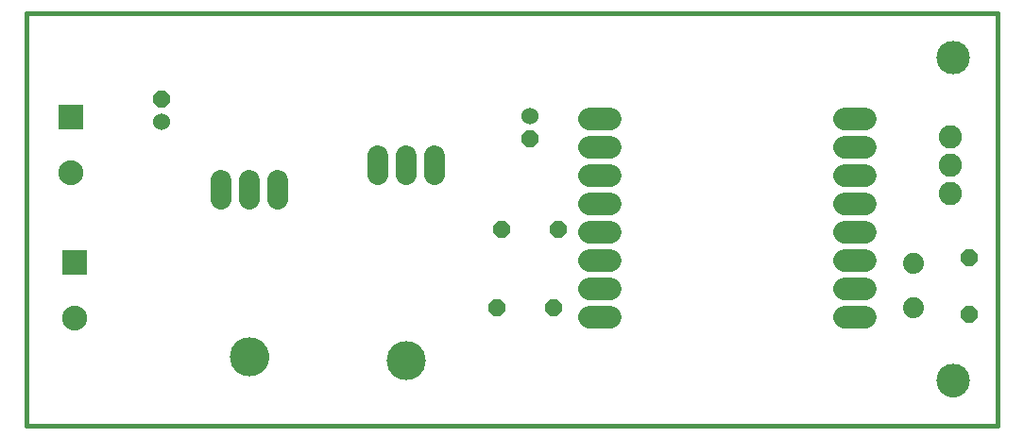
<source format=gbs>
G75*
%MOIN*%
%OFA0B0*%
%FSLAX25Y25*%
%IPPOS*%
%LPD*%
%AMOC8*
5,1,8,0,0,1.08239X$1,22.5*
%
%ADD10C,0.01600*%
%ADD11OC8,0.06000*%
%ADD12C,0.06000*%
%ADD13C,0.08200*%
%ADD14R,0.08800X0.08800*%
%ADD15C,0.08800*%
%ADD16C,0.07400*%
%ADD17C,0.08000*%
%ADD18C,0.07400*%
%ADD19C,0.00000*%
%ADD20C,0.13800*%
%ADD21C,0.11824*%
D10*
X0001800Y0001800D02*
X0001800Y0147469D01*
X0344320Y0147469D01*
X0344320Y0001800D01*
X0001800Y0001800D01*
D11*
X0167824Y0043257D03*
X0187824Y0043257D03*
X0189320Y0070816D03*
X0169320Y0070816D03*
X0179438Y0102839D03*
X0049280Y0117060D03*
X0334359Y0061131D03*
X0334359Y0041131D03*
D12*
X0179438Y0110839D03*
X0049280Y0109060D03*
D13*
X0327745Y0103690D03*
X0327745Y0093690D03*
X0327745Y0083690D03*
D14*
X0018690Y0059398D03*
X0017509Y0110580D03*
D15*
X0017509Y0090894D03*
X0018690Y0039713D03*
D16*
X0314753Y0043257D03*
X0314753Y0059005D03*
D17*
X0297605Y0059989D02*
X0290405Y0059989D01*
X0290405Y0069989D02*
X0297605Y0069989D01*
X0297605Y0079989D02*
X0290405Y0079989D01*
X0290405Y0089989D02*
X0297605Y0089989D01*
X0297605Y0099989D02*
X0290405Y0099989D01*
X0290405Y0109989D02*
X0297605Y0109989D01*
X0207605Y0109989D02*
X0200405Y0109989D01*
X0200405Y0099989D02*
X0207605Y0099989D01*
X0207605Y0089989D02*
X0200405Y0089989D01*
X0200405Y0079989D02*
X0207605Y0079989D01*
X0207605Y0069989D02*
X0200405Y0069989D01*
X0200405Y0059989D02*
X0207605Y0059989D01*
X0207605Y0049989D02*
X0200405Y0049989D01*
X0200405Y0039989D02*
X0207605Y0039989D01*
X0290405Y0039989D02*
X0297605Y0039989D01*
X0297605Y0049989D02*
X0290405Y0049989D01*
D18*
X0145658Y0090429D02*
X0145658Y0097029D01*
X0135658Y0097029D02*
X0135658Y0090429D01*
X0125658Y0090429D02*
X0125658Y0097029D01*
X0090540Y0088407D02*
X0090540Y0081807D01*
X0080540Y0081807D02*
X0080540Y0088407D01*
X0070540Y0088407D02*
X0070540Y0081807D01*
D19*
X0074040Y0026107D02*
X0074042Y0026268D01*
X0074048Y0026428D01*
X0074058Y0026589D01*
X0074072Y0026749D01*
X0074090Y0026909D01*
X0074111Y0027068D01*
X0074137Y0027227D01*
X0074167Y0027385D01*
X0074200Y0027542D01*
X0074238Y0027699D01*
X0074279Y0027854D01*
X0074324Y0028008D01*
X0074373Y0028161D01*
X0074426Y0028313D01*
X0074482Y0028464D01*
X0074543Y0028613D01*
X0074606Y0028761D01*
X0074674Y0028907D01*
X0074745Y0029051D01*
X0074819Y0029193D01*
X0074897Y0029334D01*
X0074979Y0029472D01*
X0075064Y0029609D01*
X0075152Y0029743D01*
X0075244Y0029875D01*
X0075339Y0030005D01*
X0075437Y0030133D01*
X0075538Y0030258D01*
X0075642Y0030380D01*
X0075749Y0030500D01*
X0075859Y0030617D01*
X0075972Y0030732D01*
X0076088Y0030843D01*
X0076207Y0030952D01*
X0076328Y0031057D01*
X0076452Y0031160D01*
X0076578Y0031260D01*
X0076706Y0031356D01*
X0076837Y0031449D01*
X0076971Y0031539D01*
X0077106Y0031626D01*
X0077244Y0031709D01*
X0077383Y0031789D01*
X0077525Y0031865D01*
X0077668Y0031938D01*
X0077813Y0032007D01*
X0077960Y0032073D01*
X0078108Y0032135D01*
X0078258Y0032193D01*
X0078409Y0032248D01*
X0078562Y0032299D01*
X0078716Y0032346D01*
X0078871Y0032389D01*
X0079027Y0032428D01*
X0079183Y0032464D01*
X0079341Y0032495D01*
X0079499Y0032523D01*
X0079658Y0032547D01*
X0079818Y0032567D01*
X0079978Y0032583D01*
X0080138Y0032595D01*
X0080299Y0032603D01*
X0080460Y0032607D01*
X0080620Y0032607D01*
X0080781Y0032603D01*
X0080942Y0032595D01*
X0081102Y0032583D01*
X0081262Y0032567D01*
X0081422Y0032547D01*
X0081581Y0032523D01*
X0081739Y0032495D01*
X0081897Y0032464D01*
X0082053Y0032428D01*
X0082209Y0032389D01*
X0082364Y0032346D01*
X0082518Y0032299D01*
X0082671Y0032248D01*
X0082822Y0032193D01*
X0082972Y0032135D01*
X0083120Y0032073D01*
X0083267Y0032007D01*
X0083412Y0031938D01*
X0083555Y0031865D01*
X0083697Y0031789D01*
X0083836Y0031709D01*
X0083974Y0031626D01*
X0084109Y0031539D01*
X0084243Y0031449D01*
X0084374Y0031356D01*
X0084502Y0031260D01*
X0084628Y0031160D01*
X0084752Y0031057D01*
X0084873Y0030952D01*
X0084992Y0030843D01*
X0085108Y0030732D01*
X0085221Y0030617D01*
X0085331Y0030500D01*
X0085438Y0030380D01*
X0085542Y0030258D01*
X0085643Y0030133D01*
X0085741Y0030005D01*
X0085836Y0029875D01*
X0085928Y0029743D01*
X0086016Y0029609D01*
X0086101Y0029472D01*
X0086183Y0029334D01*
X0086261Y0029193D01*
X0086335Y0029051D01*
X0086406Y0028907D01*
X0086474Y0028761D01*
X0086537Y0028613D01*
X0086598Y0028464D01*
X0086654Y0028313D01*
X0086707Y0028161D01*
X0086756Y0028008D01*
X0086801Y0027854D01*
X0086842Y0027699D01*
X0086880Y0027542D01*
X0086913Y0027385D01*
X0086943Y0027227D01*
X0086969Y0027068D01*
X0086990Y0026909D01*
X0087008Y0026749D01*
X0087022Y0026589D01*
X0087032Y0026428D01*
X0087038Y0026268D01*
X0087040Y0026107D01*
X0087038Y0025946D01*
X0087032Y0025786D01*
X0087022Y0025625D01*
X0087008Y0025465D01*
X0086990Y0025305D01*
X0086969Y0025146D01*
X0086943Y0024987D01*
X0086913Y0024829D01*
X0086880Y0024672D01*
X0086842Y0024515D01*
X0086801Y0024360D01*
X0086756Y0024206D01*
X0086707Y0024053D01*
X0086654Y0023901D01*
X0086598Y0023750D01*
X0086537Y0023601D01*
X0086474Y0023453D01*
X0086406Y0023307D01*
X0086335Y0023163D01*
X0086261Y0023021D01*
X0086183Y0022880D01*
X0086101Y0022742D01*
X0086016Y0022605D01*
X0085928Y0022471D01*
X0085836Y0022339D01*
X0085741Y0022209D01*
X0085643Y0022081D01*
X0085542Y0021956D01*
X0085438Y0021834D01*
X0085331Y0021714D01*
X0085221Y0021597D01*
X0085108Y0021482D01*
X0084992Y0021371D01*
X0084873Y0021262D01*
X0084752Y0021157D01*
X0084628Y0021054D01*
X0084502Y0020954D01*
X0084374Y0020858D01*
X0084243Y0020765D01*
X0084109Y0020675D01*
X0083974Y0020588D01*
X0083836Y0020505D01*
X0083697Y0020425D01*
X0083555Y0020349D01*
X0083412Y0020276D01*
X0083267Y0020207D01*
X0083120Y0020141D01*
X0082972Y0020079D01*
X0082822Y0020021D01*
X0082671Y0019966D01*
X0082518Y0019915D01*
X0082364Y0019868D01*
X0082209Y0019825D01*
X0082053Y0019786D01*
X0081897Y0019750D01*
X0081739Y0019719D01*
X0081581Y0019691D01*
X0081422Y0019667D01*
X0081262Y0019647D01*
X0081102Y0019631D01*
X0080942Y0019619D01*
X0080781Y0019611D01*
X0080620Y0019607D01*
X0080460Y0019607D01*
X0080299Y0019611D01*
X0080138Y0019619D01*
X0079978Y0019631D01*
X0079818Y0019647D01*
X0079658Y0019667D01*
X0079499Y0019691D01*
X0079341Y0019719D01*
X0079183Y0019750D01*
X0079027Y0019786D01*
X0078871Y0019825D01*
X0078716Y0019868D01*
X0078562Y0019915D01*
X0078409Y0019966D01*
X0078258Y0020021D01*
X0078108Y0020079D01*
X0077960Y0020141D01*
X0077813Y0020207D01*
X0077668Y0020276D01*
X0077525Y0020349D01*
X0077383Y0020425D01*
X0077244Y0020505D01*
X0077106Y0020588D01*
X0076971Y0020675D01*
X0076837Y0020765D01*
X0076706Y0020858D01*
X0076578Y0020954D01*
X0076452Y0021054D01*
X0076328Y0021157D01*
X0076207Y0021262D01*
X0076088Y0021371D01*
X0075972Y0021482D01*
X0075859Y0021597D01*
X0075749Y0021714D01*
X0075642Y0021834D01*
X0075538Y0021956D01*
X0075437Y0022081D01*
X0075339Y0022209D01*
X0075244Y0022339D01*
X0075152Y0022471D01*
X0075064Y0022605D01*
X0074979Y0022742D01*
X0074897Y0022880D01*
X0074819Y0023021D01*
X0074745Y0023163D01*
X0074674Y0023307D01*
X0074606Y0023453D01*
X0074543Y0023601D01*
X0074482Y0023750D01*
X0074426Y0023901D01*
X0074373Y0024053D01*
X0074324Y0024206D01*
X0074279Y0024360D01*
X0074238Y0024515D01*
X0074200Y0024672D01*
X0074167Y0024829D01*
X0074137Y0024987D01*
X0074111Y0025146D01*
X0074090Y0025305D01*
X0074072Y0025465D01*
X0074058Y0025625D01*
X0074048Y0025786D01*
X0074042Y0025946D01*
X0074040Y0026107D01*
X0075028Y0025422D02*
X0075030Y0025570D01*
X0075036Y0025718D01*
X0075046Y0025866D01*
X0075060Y0026013D01*
X0075078Y0026160D01*
X0075099Y0026306D01*
X0075125Y0026452D01*
X0075155Y0026597D01*
X0075188Y0026741D01*
X0075226Y0026884D01*
X0075267Y0027026D01*
X0075312Y0027167D01*
X0075360Y0027307D01*
X0075413Y0027446D01*
X0075469Y0027583D01*
X0075529Y0027718D01*
X0075592Y0027852D01*
X0075659Y0027984D01*
X0075730Y0028114D01*
X0075804Y0028242D01*
X0075881Y0028368D01*
X0075962Y0028492D01*
X0076046Y0028614D01*
X0076133Y0028733D01*
X0076224Y0028850D01*
X0076318Y0028965D01*
X0076414Y0029077D01*
X0076514Y0029187D01*
X0076616Y0029293D01*
X0076722Y0029397D01*
X0076830Y0029498D01*
X0076941Y0029596D01*
X0077054Y0029692D01*
X0077170Y0029784D01*
X0077288Y0029873D01*
X0077409Y0029958D01*
X0077532Y0030041D01*
X0077657Y0030120D01*
X0077784Y0030196D01*
X0077913Y0030268D01*
X0078044Y0030337D01*
X0078177Y0030402D01*
X0078312Y0030463D01*
X0078448Y0030521D01*
X0078585Y0030576D01*
X0078724Y0030626D01*
X0078865Y0030673D01*
X0079006Y0030716D01*
X0079149Y0030756D01*
X0079293Y0030791D01*
X0079437Y0030823D01*
X0079583Y0030850D01*
X0079729Y0030874D01*
X0079876Y0030894D01*
X0080023Y0030910D01*
X0080170Y0030922D01*
X0080318Y0030930D01*
X0080466Y0030934D01*
X0080614Y0030934D01*
X0080762Y0030930D01*
X0080910Y0030922D01*
X0081057Y0030910D01*
X0081204Y0030894D01*
X0081351Y0030874D01*
X0081497Y0030850D01*
X0081643Y0030823D01*
X0081787Y0030791D01*
X0081931Y0030756D01*
X0082074Y0030716D01*
X0082215Y0030673D01*
X0082356Y0030626D01*
X0082495Y0030576D01*
X0082632Y0030521D01*
X0082768Y0030463D01*
X0082903Y0030402D01*
X0083036Y0030337D01*
X0083167Y0030268D01*
X0083296Y0030196D01*
X0083423Y0030120D01*
X0083548Y0030041D01*
X0083671Y0029958D01*
X0083792Y0029873D01*
X0083910Y0029784D01*
X0084026Y0029692D01*
X0084139Y0029596D01*
X0084250Y0029498D01*
X0084358Y0029397D01*
X0084464Y0029293D01*
X0084566Y0029187D01*
X0084666Y0029077D01*
X0084762Y0028965D01*
X0084856Y0028850D01*
X0084947Y0028733D01*
X0085034Y0028614D01*
X0085118Y0028492D01*
X0085199Y0028368D01*
X0085276Y0028242D01*
X0085350Y0028114D01*
X0085421Y0027984D01*
X0085488Y0027852D01*
X0085551Y0027718D01*
X0085611Y0027583D01*
X0085667Y0027446D01*
X0085720Y0027307D01*
X0085768Y0027167D01*
X0085813Y0027026D01*
X0085854Y0026884D01*
X0085892Y0026741D01*
X0085925Y0026597D01*
X0085955Y0026452D01*
X0085981Y0026306D01*
X0086002Y0026160D01*
X0086020Y0026013D01*
X0086034Y0025866D01*
X0086044Y0025718D01*
X0086050Y0025570D01*
X0086052Y0025422D01*
X0086050Y0025274D01*
X0086044Y0025126D01*
X0086034Y0024978D01*
X0086020Y0024831D01*
X0086002Y0024684D01*
X0085981Y0024538D01*
X0085955Y0024392D01*
X0085925Y0024247D01*
X0085892Y0024103D01*
X0085854Y0023960D01*
X0085813Y0023818D01*
X0085768Y0023677D01*
X0085720Y0023537D01*
X0085667Y0023398D01*
X0085611Y0023261D01*
X0085551Y0023126D01*
X0085488Y0022992D01*
X0085421Y0022860D01*
X0085350Y0022730D01*
X0085276Y0022602D01*
X0085199Y0022476D01*
X0085118Y0022352D01*
X0085034Y0022230D01*
X0084947Y0022111D01*
X0084856Y0021994D01*
X0084762Y0021879D01*
X0084666Y0021767D01*
X0084566Y0021657D01*
X0084464Y0021551D01*
X0084358Y0021447D01*
X0084250Y0021346D01*
X0084139Y0021248D01*
X0084026Y0021152D01*
X0083910Y0021060D01*
X0083792Y0020971D01*
X0083671Y0020886D01*
X0083548Y0020803D01*
X0083423Y0020724D01*
X0083296Y0020648D01*
X0083167Y0020576D01*
X0083036Y0020507D01*
X0082903Y0020442D01*
X0082768Y0020381D01*
X0082632Y0020323D01*
X0082495Y0020268D01*
X0082356Y0020218D01*
X0082215Y0020171D01*
X0082074Y0020128D01*
X0081931Y0020088D01*
X0081787Y0020053D01*
X0081643Y0020021D01*
X0081497Y0019994D01*
X0081351Y0019970D01*
X0081204Y0019950D01*
X0081057Y0019934D01*
X0080910Y0019922D01*
X0080762Y0019914D01*
X0080614Y0019910D01*
X0080466Y0019910D01*
X0080318Y0019914D01*
X0080170Y0019922D01*
X0080023Y0019934D01*
X0079876Y0019950D01*
X0079729Y0019970D01*
X0079583Y0019994D01*
X0079437Y0020021D01*
X0079293Y0020053D01*
X0079149Y0020088D01*
X0079006Y0020128D01*
X0078865Y0020171D01*
X0078724Y0020218D01*
X0078585Y0020268D01*
X0078448Y0020323D01*
X0078312Y0020381D01*
X0078177Y0020442D01*
X0078044Y0020507D01*
X0077913Y0020576D01*
X0077784Y0020648D01*
X0077657Y0020724D01*
X0077532Y0020803D01*
X0077409Y0020886D01*
X0077288Y0020971D01*
X0077170Y0021060D01*
X0077054Y0021152D01*
X0076941Y0021248D01*
X0076830Y0021346D01*
X0076722Y0021447D01*
X0076616Y0021551D01*
X0076514Y0021657D01*
X0076414Y0021767D01*
X0076318Y0021879D01*
X0076224Y0021994D01*
X0076133Y0022111D01*
X0076046Y0022230D01*
X0075962Y0022352D01*
X0075881Y0022476D01*
X0075804Y0022602D01*
X0075730Y0022730D01*
X0075659Y0022860D01*
X0075592Y0022992D01*
X0075529Y0023126D01*
X0075469Y0023261D01*
X0075413Y0023398D01*
X0075360Y0023537D01*
X0075312Y0023677D01*
X0075267Y0023818D01*
X0075226Y0023960D01*
X0075188Y0024103D01*
X0075155Y0024247D01*
X0075125Y0024392D01*
X0075099Y0024538D01*
X0075078Y0024684D01*
X0075060Y0024831D01*
X0075046Y0024978D01*
X0075036Y0025126D01*
X0075030Y0025274D01*
X0075028Y0025422D01*
X0130146Y0025422D02*
X0130148Y0025570D01*
X0130154Y0025718D01*
X0130164Y0025866D01*
X0130178Y0026013D01*
X0130196Y0026160D01*
X0130217Y0026306D01*
X0130243Y0026452D01*
X0130273Y0026597D01*
X0130306Y0026741D01*
X0130344Y0026884D01*
X0130385Y0027026D01*
X0130430Y0027167D01*
X0130478Y0027307D01*
X0130531Y0027446D01*
X0130587Y0027583D01*
X0130647Y0027718D01*
X0130710Y0027852D01*
X0130777Y0027984D01*
X0130848Y0028114D01*
X0130922Y0028242D01*
X0130999Y0028368D01*
X0131080Y0028492D01*
X0131164Y0028614D01*
X0131251Y0028733D01*
X0131342Y0028850D01*
X0131436Y0028965D01*
X0131532Y0029077D01*
X0131632Y0029187D01*
X0131734Y0029293D01*
X0131840Y0029397D01*
X0131948Y0029498D01*
X0132059Y0029596D01*
X0132172Y0029692D01*
X0132288Y0029784D01*
X0132406Y0029873D01*
X0132527Y0029958D01*
X0132650Y0030041D01*
X0132775Y0030120D01*
X0132902Y0030196D01*
X0133031Y0030268D01*
X0133162Y0030337D01*
X0133295Y0030402D01*
X0133430Y0030463D01*
X0133566Y0030521D01*
X0133703Y0030576D01*
X0133842Y0030626D01*
X0133983Y0030673D01*
X0134124Y0030716D01*
X0134267Y0030756D01*
X0134411Y0030791D01*
X0134555Y0030823D01*
X0134701Y0030850D01*
X0134847Y0030874D01*
X0134994Y0030894D01*
X0135141Y0030910D01*
X0135288Y0030922D01*
X0135436Y0030930D01*
X0135584Y0030934D01*
X0135732Y0030934D01*
X0135880Y0030930D01*
X0136028Y0030922D01*
X0136175Y0030910D01*
X0136322Y0030894D01*
X0136469Y0030874D01*
X0136615Y0030850D01*
X0136761Y0030823D01*
X0136905Y0030791D01*
X0137049Y0030756D01*
X0137192Y0030716D01*
X0137333Y0030673D01*
X0137474Y0030626D01*
X0137613Y0030576D01*
X0137750Y0030521D01*
X0137886Y0030463D01*
X0138021Y0030402D01*
X0138154Y0030337D01*
X0138285Y0030268D01*
X0138414Y0030196D01*
X0138541Y0030120D01*
X0138666Y0030041D01*
X0138789Y0029958D01*
X0138910Y0029873D01*
X0139028Y0029784D01*
X0139144Y0029692D01*
X0139257Y0029596D01*
X0139368Y0029498D01*
X0139476Y0029397D01*
X0139582Y0029293D01*
X0139684Y0029187D01*
X0139784Y0029077D01*
X0139880Y0028965D01*
X0139974Y0028850D01*
X0140065Y0028733D01*
X0140152Y0028614D01*
X0140236Y0028492D01*
X0140317Y0028368D01*
X0140394Y0028242D01*
X0140468Y0028114D01*
X0140539Y0027984D01*
X0140606Y0027852D01*
X0140669Y0027718D01*
X0140729Y0027583D01*
X0140785Y0027446D01*
X0140838Y0027307D01*
X0140886Y0027167D01*
X0140931Y0027026D01*
X0140972Y0026884D01*
X0141010Y0026741D01*
X0141043Y0026597D01*
X0141073Y0026452D01*
X0141099Y0026306D01*
X0141120Y0026160D01*
X0141138Y0026013D01*
X0141152Y0025866D01*
X0141162Y0025718D01*
X0141168Y0025570D01*
X0141170Y0025422D01*
X0141168Y0025274D01*
X0141162Y0025126D01*
X0141152Y0024978D01*
X0141138Y0024831D01*
X0141120Y0024684D01*
X0141099Y0024538D01*
X0141073Y0024392D01*
X0141043Y0024247D01*
X0141010Y0024103D01*
X0140972Y0023960D01*
X0140931Y0023818D01*
X0140886Y0023677D01*
X0140838Y0023537D01*
X0140785Y0023398D01*
X0140729Y0023261D01*
X0140669Y0023126D01*
X0140606Y0022992D01*
X0140539Y0022860D01*
X0140468Y0022730D01*
X0140394Y0022602D01*
X0140317Y0022476D01*
X0140236Y0022352D01*
X0140152Y0022230D01*
X0140065Y0022111D01*
X0139974Y0021994D01*
X0139880Y0021879D01*
X0139784Y0021767D01*
X0139684Y0021657D01*
X0139582Y0021551D01*
X0139476Y0021447D01*
X0139368Y0021346D01*
X0139257Y0021248D01*
X0139144Y0021152D01*
X0139028Y0021060D01*
X0138910Y0020971D01*
X0138789Y0020886D01*
X0138666Y0020803D01*
X0138541Y0020724D01*
X0138414Y0020648D01*
X0138285Y0020576D01*
X0138154Y0020507D01*
X0138021Y0020442D01*
X0137886Y0020381D01*
X0137750Y0020323D01*
X0137613Y0020268D01*
X0137474Y0020218D01*
X0137333Y0020171D01*
X0137192Y0020128D01*
X0137049Y0020088D01*
X0136905Y0020053D01*
X0136761Y0020021D01*
X0136615Y0019994D01*
X0136469Y0019970D01*
X0136322Y0019950D01*
X0136175Y0019934D01*
X0136028Y0019922D01*
X0135880Y0019914D01*
X0135732Y0019910D01*
X0135584Y0019910D01*
X0135436Y0019914D01*
X0135288Y0019922D01*
X0135141Y0019934D01*
X0134994Y0019950D01*
X0134847Y0019970D01*
X0134701Y0019994D01*
X0134555Y0020021D01*
X0134411Y0020053D01*
X0134267Y0020088D01*
X0134124Y0020128D01*
X0133983Y0020171D01*
X0133842Y0020218D01*
X0133703Y0020268D01*
X0133566Y0020323D01*
X0133430Y0020381D01*
X0133295Y0020442D01*
X0133162Y0020507D01*
X0133031Y0020576D01*
X0132902Y0020648D01*
X0132775Y0020724D01*
X0132650Y0020803D01*
X0132527Y0020886D01*
X0132406Y0020971D01*
X0132288Y0021060D01*
X0132172Y0021152D01*
X0132059Y0021248D01*
X0131948Y0021346D01*
X0131840Y0021447D01*
X0131734Y0021551D01*
X0131632Y0021657D01*
X0131532Y0021767D01*
X0131436Y0021879D01*
X0131342Y0021994D01*
X0131251Y0022111D01*
X0131164Y0022230D01*
X0131080Y0022352D01*
X0130999Y0022476D01*
X0130922Y0022602D01*
X0130848Y0022730D01*
X0130777Y0022860D01*
X0130710Y0022992D01*
X0130647Y0023126D01*
X0130587Y0023261D01*
X0130531Y0023398D01*
X0130478Y0023537D01*
X0130430Y0023677D01*
X0130385Y0023818D01*
X0130344Y0023960D01*
X0130306Y0024103D01*
X0130273Y0024247D01*
X0130243Y0024392D01*
X0130217Y0024538D01*
X0130196Y0024684D01*
X0130178Y0024831D01*
X0130164Y0024978D01*
X0130154Y0025126D01*
X0130148Y0025274D01*
X0130146Y0025422D01*
X0129158Y0024729D02*
X0129160Y0024890D01*
X0129166Y0025050D01*
X0129176Y0025211D01*
X0129190Y0025371D01*
X0129208Y0025531D01*
X0129229Y0025690D01*
X0129255Y0025849D01*
X0129285Y0026007D01*
X0129318Y0026164D01*
X0129356Y0026321D01*
X0129397Y0026476D01*
X0129442Y0026630D01*
X0129491Y0026783D01*
X0129544Y0026935D01*
X0129600Y0027086D01*
X0129661Y0027235D01*
X0129724Y0027383D01*
X0129792Y0027529D01*
X0129863Y0027673D01*
X0129937Y0027815D01*
X0130015Y0027956D01*
X0130097Y0028094D01*
X0130182Y0028231D01*
X0130270Y0028365D01*
X0130362Y0028497D01*
X0130457Y0028627D01*
X0130555Y0028755D01*
X0130656Y0028880D01*
X0130760Y0029002D01*
X0130867Y0029122D01*
X0130977Y0029239D01*
X0131090Y0029354D01*
X0131206Y0029465D01*
X0131325Y0029574D01*
X0131446Y0029679D01*
X0131570Y0029782D01*
X0131696Y0029882D01*
X0131824Y0029978D01*
X0131955Y0030071D01*
X0132089Y0030161D01*
X0132224Y0030248D01*
X0132362Y0030331D01*
X0132501Y0030411D01*
X0132643Y0030487D01*
X0132786Y0030560D01*
X0132931Y0030629D01*
X0133078Y0030695D01*
X0133226Y0030757D01*
X0133376Y0030815D01*
X0133527Y0030870D01*
X0133680Y0030921D01*
X0133834Y0030968D01*
X0133989Y0031011D01*
X0134145Y0031050D01*
X0134301Y0031086D01*
X0134459Y0031117D01*
X0134617Y0031145D01*
X0134776Y0031169D01*
X0134936Y0031189D01*
X0135096Y0031205D01*
X0135256Y0031217D01*
X0135417Y0031225D01*
X0135578Y0031229D01*
X0135738Y0031229D01*
X0135899Y0031225D01*
X0136060Y0031217D01*
X0136220Y0031205D01*
X0136380Y0031189D01*
X0136540Y0031169D01*
X0136699Y0031145D01*
X0136857Y0031117D01*
X0137015Y0031086D01*
X0137171Y0031050D01*
X0137327Y0031011D01*
X0137482Y0030968D01*
X0137636Y0030921D01*
X0137789Y0030870D01*
X0137940Y0030815D01*
X0138090Y0030757D01*
X0138238Y0030695D01*
X0138385Y0030629D01*
X0138530Y0030560D01*
X0138673Y0030487D01*
X0138815Y0030411D01*
X0138954Y0030331D01*
X0139092Y0030248D01*
X0139227Y0030161D01*
X0139361Y0030071D01*
X0139492Y0029978D01*
X0139620Y0029882D01*
X0139746Y0029782D01*
X0139870Y0029679D01*
X0139991Y0029574D01*
X0140110Y0029465D01*
X0140226Y0029354D01*
X0140339Y0029239D01*
X0140449Y0029122D01*
X0140556Y0029002D01*
X0140660Y0028880D01*
X0140761Y0028755D01*
X0140859Y0028627D01*
X0140954Y0028497D01*
X0141046Y0028365D01*
X0141134Y0028231D01*
X0141219Y0028094D01*
X0141301Y0027956D01*
X0141379Y0027815D01*
X0141453Y0027673D01*
X0141524Y0027529D01*
X0141592Y0027383D01*
X0141655Y0027235D01*
X0141716Y0027086D01*
X0141772Y0026935D01*
X0141825Y0026783D01*
X0141874Y0026630D01*
X0141919Y0026476D01*
X0141960Y0026321D01*
X0141998Y0026164D01*
X0142031Y0026007D01*
X0142061Y0025849D01*
X0142087Y0025690D01*
X0142108Y0025531D01*
X0142126Y0025371D01*
X0142140Y0025211D01*
X0142150Y0025050D01*
X0142156Y0024890D01*
X0142158Y0024729D01*
X0142156Y0024568D01*
X0142150Y0024408D01*
X0142140Y0024247D01*
X0142126Y0024087D01*
X0142108Y0023927D01*
X0142087Y0023768D01*
X0142061Y0023609D01*
X0142031Y0023451D01*
X0141998Y0023294D01*
X0141960Y0023137D01*
X0141919Y0022982D01*
X0141874Y0022828D01*
X0141825Y0022675D01*
X0141772Y0022523D01*
X0141716Y0022372D01*
X0141655Y0022223D01*
X0141592Y0022075D01*
X0141524Y0021929D01*
X0141453Y0021785D01*
X0141379Y0021643D01*
X0141301Y0021502D01*
X0141219Y0021364D01*
X0141134Y0021227D01*
X0141046Y0021093D01*
X0140954Y0020961D01*
X0140859Y0020831D01*
X0140761Y0020703D01*
X0140660Y0020578D01*
X0140556Y0020456D01*
X0140449Y0020336D01*
X0140339Y0020219D01*
X0140226Y0020104D01*
X0140110Y0019993D01*
X0139991Y0019884D01*
X0139870Y0019779D01*
X0139746Y0019676D01*
X0139620Y0019576D01*
X0139492Y0019480D01*
X0139361Y0019387D01*
X0139227Y0019297D01*
X0139092Y0019210D01*
X0138954Y0019127D01*
X0138815Y0019047D01*
X0138673Y0018971D01*
X0138530Y0018898D01*
X0138385Y0018829D01*
X0138238Y0018763D01*
X0138090Y0018701D01*
X0137940Y0018643D01*
X0137789Y0018588D01*
X0137636Y0018537D01*
X0137482Y0018490D01*
X0137327Y0018447D01*
X0137171Y0018408D01*
X0137015Y0018372D01*
X0136857Y0018341D01*
X0136699Y0018313D01*
X0136540Y0018289D01*
X0136380Y0018269D01*
X0136220Y0018253D01*
X0136060Y0018241D01*
X0135899Y0018233D01*
X0135738Y0018229D01*
X0135578Y0018229D01*
X0135417Y0018233D01*
X0135256Y0018241D01*
X0135096Y0018253D01*
X0134936Y0018269D01*
X0134776Y0018289D01*
X0134617Y0018313D01*
X0134459Y0018341D01*
X0134301Y0018372D01*
X0134145Y0018408D01*
X0133989Y0018447D01*
X0133834Y0018490D01*
X0133680Y0018537D01*
X0133527Y0018588D01*
X0133376Y0018643D01*
X0133226Y0018701D01*
X0133078Y0018763D01*
X0132931Y0018829D01*
X0132786Y0018898D01*
X0132643Y0018971D01*
X0132501Y0019047D01*
X0132362Y0019127D01*
X0132224Y0019210D01*
X0132089Y0019297D01*
X0131955Y0019387D01*
X0131824Y0019480D01*
X0131696Y0019576D01*
X0131570Y0019676D01*
X0131446Y0019779D01*
X0131325Y0019884D01*
X0131206Y0019993D01*
X0131090Y0020104D01*
X0130977Y0020219D01*
X0130867Y0020336D01*
X0130760Y0020456D01*
X0130656Y0020578D01*
X0130555Y0020703D01*
X0130457Y0020831D01*
X0130362Y0020961D01*
X0130270Y0021093D01*
X0130182Y0021227D01*
X0130097Y0021364D01*
X0130015Y0021502D01*
X0129937Y0021643D01*
X0129863Y0021785D01*
X0129792Y0021929D01*
X0129724Y0022075D01*
X0129661Y0022223D01*
X0129600Y0022372D01*
X0129544Y0022523D01*
X0129491Y0022675D01*
X0129442Y0022828D01*
X0129397Y0022982D01*
X0129356Y0023137D01*
X0129318Y0023294D01*
X0129285Y0023451D01*
X0129255Y0023609D01*
X0129229Y0023768D01*
X0129208Y0023927D01*
X0129190Y0024087D01*
X0129176Y0024247D01*
X0129166Y0024408D01*
X0129160Y0024568D01*
X0129158Y0024729D01*
X0323060Y0017548D02*
X0323062Y0017696D01*
X0323068Y0017844D01*
X0323078Y0017992D01*
X0323092Y0018139D01*
X0323110Y0018286D01*
X0323131Y0018432D01*
X0323157Y0018578D01*
X0323187Y0018723D01*
X0323220Y0018867D01*
X0323258Y0019010D01*
X0323299Y0019152D01*
X0323344Y0019293D01*
X0323392Y0019433D01*
X0323445Y0019572D01*
X0323501Y0019709D01*
X0323561Y0019844D01*
X0323624Y0019978D01*
X0323691Y0020110D01*
X0323762Y0020240D01*
X0323836Y0020368D01*
X0323913Y0020494D01*
X0323994Y0020618D01*
X0324078Y0020740D01*
X0324165Y0020859D01*
X0324256Y0020976D01*
X0324350Y0021091D01*
X0324446Y0021203D01*
X0324546Y0021313D01*
X0324648Y0021419D01*
X0324754Y0021523D01*
X0324862Y0021624D01*
X0324973Y0021722D01*
X0325086Y0021818D01*
X0325202Y0021910D01*
X0325320Y0021999D01*
X0325441Y0022084D01*
X0325564Y0022167D01*
X0325689Y0022246D01*
X0325816Y0022322D01*
X0325945Y0022394D01*
X0326076Y0022463D01*
X0326209Y0022528D01*
X0326344Y0022589D01*
X0326480Y0022647D01*
X0326617Y0022702D01*
X0326756Y0022752D01*
X0326897Y0022799D01*
X0327038Y0022842D01*
X0327181Y0022882D01*
X0327325Y0022917D01*
X0327469Y0022949D01*
X0327615Y0022976D01*
X0327761Y0023000D01*
X0327908Y0023020D01*
X0328055Y0023036D01*
X0328202Y0023048D01*
X0328350Y0023056D01*
X0328498Y0023060D01*
X0328646Y0023060D01*
X0328794Y0023056D01*
X0328942Y0023048D01*
X0329089Y0023036D01*
X0329236Y0023020D01*
X0329383Y0023000D01*
X0329529Y0022976D01*
X0329675Y0022949D01*
X0329819Y0022917D01*
X0329963Y0022882D01*
X0330106Y0022842D01*
X0330247Y0022799D01*
X0330388Y0022752D01*
X0330527Y0022702D01*
X0330664Y0022647D01*
X0330800Y0022589D01*
X0330935Y0022528D01*
X0331068Y0022463D01*
X0331199Y0022394D01*
X0331328Y0022322D01*
X0331455Y0022246D01*
X0331580Y0022167D01*
X0331703Y0022084D01*
X0331824Y0021999D01*
X0331942Y0021910D01*
X0332058Y0021818D01*
X0332171Y0021722D01*
X0332282Y0021624D01*
X0332390Y0021523D01*
X0332496Y0021419D01*
X0332598Y0021313D01*
X0332698Y0021203D01*
X0332794Y0021091D01*
X0332888Y0020976D01*
X0332979Y0020859D01*
X0333066Y0020740D01*
X0333150Y0020618D01*
X0333231Y0020494D01*
X0333308Y0020368D01*
X0333382Y0020240D01*
X0333453Y0020110D01*
X0333520Y0019978D01*
X0333583Y0019844D01*
X0333643Y0019709D01*
X0333699Y0019572D01*
X0333752Y0019433D01*
X0333800Y0019293D01*
X0333845Y0019152D01*
X0333886Y0019010D01*
X0333924Y0018867D01*
X0333957Y0018723D01*
X0333987Y0018578D01*
X0334013Y0018432D01*
X0334034Y0018286D01*
X0334052Y0018139D01*
X0334066Y0017992D01*
X0334076Y0017844D01*
X0334082Y0017696D01*
X0334084Y0017548D01*
X0334082Y0017400D01*
X0334076Y0017252D01*
X0334066Y0017104D01*
X0334052Y0016957D01*
X0334034Y0016810D01*
X0334013Y0016664D01*
X0333987Y0016518D01*
X0333957Y0016373D01*
X0333924Y0016229D01*
X0333886Y0016086D01*
X0333845Y0015944D01*
X0333800Y0015803D01*
X0333752Y0015663D01*
X0333699Y0015524D01*
X0333643Y0015387D01*
X0333583Y0015252D01*
X0333520Y0015118D01*
X0333453Y0014986D01*
X0333382Y0014856D01*
X0333308Y0014728D01*
X0333231Y0014602D01*
X0333150Y0014478D01*
X0333066Y0014356D01*
X0332979Y0014237D01*
X0332888Y0014120D01*
X0332794Y0014005D01*
X0332698Y0013893D01*
X0332598Y0013783D01*
X0332496Y0013677D01*
X0332390Y0013573D01*
X0332282Y0013472D01*
X0332171Y0013374D01*
X0332058Y0013278D01*
X0331942Y0013186D01*
X0331824Y0013097D01*
X0331703Y0013012D01*
X0331580Y0012929D01*
X0331455Y0012850D01*
X0331328Y0012774D01*
X0331199Y0012702D01*
X0331068Y0012633D01*
X0330935Y0012568D01*
X0330800Y0012507D01*
X0330664Y0012449D01*
X0330527Y0012394D01*
X0330388Y0012344D01*
X0330247Y0012297D01*
X0330106Y0012254D01*
X0329963Y0012214D01*
X0329819Y0012179D01*
X0329675Y0012147D01*
X0329529Y0012120D01*
X0329383Y0012096D01*
X0329236Y0012076D01*
X0329089Y0012060D01*
X0328942Y0012048D01*
X0328794Y0012040D01*
X0328646Y0012036D01*
X0328498Y0012036D01*
X0328350Y0012040D01*
X0328202Y0012048D01*
X0328055Y0012060D01*
X0327908Y0012076D01*
X0327761Y0012096D01*
X0327615Y0012120D01*
X0327469Y0012147D01*
X0327325Y0012179D01*
X0327181Y0012214D01*
X0327038Y0012254D01*
X0326897Y0012297D01*
X0326756Y0012344D01*
X0326617Y0012394D01*
X0326480Y0012449D01*
X0326344Y0012507D01*
X0326209Y0012568D01*
X0326076Y0012633D01*
X0325945Y0012702D01*
X0325816Y0012774D01*
X0325689Y0012850D01*
X0325564Y0012929D01*
X0325441Y0013012D01*
X0325320Y0013097D01*
X0325202Y0013186D01*
X0325086Y0013278D01*
X0324973Y0013374D01*
X0324862Y0013472D01*
X0324754Y0013573D01*
X0324648Y0013677D01*
X0324546Y0013783D01*
X0324446Y0013893D01*
X0324350Y0014005D01*
X0324256Y0014120D01*
X0324165Y0014237D01*
X0324078Y0014356D01*
X0323994Y0014478D01*
X0323913Y0014602D01*
X0323836Y0014728D01*
X0323762Y0014856D01*
X0323691Y0014986D01*
X0323624Y0015118D01*
X0323561Y0015252D01*
X0323501Y0015387D01*
X0323445Y0015524D01*
X0323392Y0015663D01*
X0323344Y0015803D01*
X0323299Y0015944D01*
X0323258Y0016086D01*
X0323220Y0016229D01*
X0323187Y0016373D01*
X0323157Y0016518D01*
X0323131Y0016664D01*
X0323110Y0016810D01*
X0323092Y0016957D01*
X0323078Y0017104D01*
X0323068Y0017252D01*
X0323062Y0017400D01*
X0323060Y0017548D01*
X0323060Y0131721D02*
X0323062Y0131869D01*
X0323068Y0132017D01*
X0323078Y0132165D01*
X0323092Y0132312D01*
X0323110Y0132459D01*
X0323131Y0132605D01*
X0323157Y0132751D01*
X0323187Y0132896D01*
X0323220Y0133040D01*
X0323258Y0133183D01*
X0323299Y0133325D01*
X0323344Y0133466D01*
X0323392Y0133606D01*
X0323445Y0133745D01*
X0323501Y0133882D01*
X0323561Y0134017D01*
X0323624Y0134151D01*
X0323691Y0134283D01*
X0323762Y0134413D01*
X0323836Y0134541D01*
X0323913Y0134667D01*
X0323994Y0134791D01*
X0324078Y0134913D01*
X0324165Y0135032D01*
X0324256Y0135149D01*
X0324350Y0135264D01*
X0324446Y0135376D01*
X0324546Y0135486D01*
X0324648Y0135592D01*
X0324754Y0135696D01*
X0324862Y0135797D01*
X0324973Y0135895D01*
X0325086Y0135991D01*
X0325202Y0136083D01*
X0325320Y0136172D01*
X0325441Y0136257D01*
X0325564Y0136340D01*
X0325689Y0136419D01*
X0325816Y0136495D01*
X0325945Y0136567D01*
X0326076Y0136636D01*
X0326209Y0136701D01*
X0326344Y0136762D01*
X0326480Y0136820D01*
X0326617Y0136875D01*
X0326756Y0136925D01*
X0326897Y0136972D01*
X0327038Y0137015D01*
X0327181Y0137055D01*
X0327325Y0137090D01*
X0327469Y0137122D01*
X0327615Y0137149D01*
X0327761Y0137173D01*
X0327908Y0137193D01*
X0328055Y0137209D01*
X0328202Y0137221D01*
X0328350Y0137229D01*
X0328498Y0137233D01*
X0328646Y0137233D01*
X0328794Y0137229D01*
X0328942Y0137221D01*
X0329089Y0137209D01*
X0329236Y0137193D01*
X0329383Y0137173D01*
X0329529Y0137149D01*
X0329675Y0137122D01*
X0329819Y0137090D01*
X0329963Y0137055D01*
X0330106Y0137015D01*
X0330247Y0136972D01*
X0330388Y0136925D01*
X0330527Y0136875D01*
X0330664Y0136820D01*
X0330800Y0136762D01*
X0330935Y0136701D01*
X0331068Y0136636D01*
X0331199Y0136567D01*
X0331328Y0136495D01*
X0331455Y0136419D01*
X0331580Y0136340D01*
X0331703Y0136257D01*
X0331824Y0136172D01*
X0331942Y0136083D01*
X0332058Y0135991D01*
X0332171Y0135895D01*
X0332282Y0135797D01*
X0332390Y0135696D01*
X0332496Y0135592D01*
X0332598Y0135486D01*
X0332698Y0135376D01*
X0332794Y0135264D01*
X0332888Y0135149D01*
X0332979Y0135032D01*
X0333066Y0134913D01*
X0333150Y0134791D01*
X0333231Y0134667D01*
X0333308Y0134541D01*
X0333382Y0134413D01*
X0333453Y0134283D01*
X0333520Y0134151D01*
X0333583Y0134017D01*
X0333643Y0133882D01*
X0333699Y0133745D01*
X0333752Y0133606D01*
X0333800Y0133466D01*
X0333845Y0133325D01*
X0333886Y0133183D01*
X0333924Y0133040D01*
X0333957Y0132896D01*
X0333987Y0132751D01*
X0334013Y0132605D01*
X0334034Y0132459D01*
X0334052Y0132312D01*
X0334066Y0132165D01*
X0334076Y0132017D01*
X0334082Y0131869D01*
X0334084Y0131721D01*
X0334082Y0131573D01*
X0334076Y0131425D01*
X0334066Y0131277D01*
X0334052Y0131130D01*
X0334034Y0130983D01*
X0334013Y0130837D01*
X0333987Y0130691D01*
X0333957Y0130546D01*
X0333924Y0130402D01*
X0333886Y0130259D01*
X0333845Y0130117D01*
X0333800Y0129976D01*
X0333752Y0129836D01*
X0333699Y0129697D01*
X0333643Y0129560D01*
X0333583Y0129425D01*
X0333520Y0129291D01*
X0333453Y0129159D01*
X0333382Y0129029D01*
X0333308Y0128901D01*
X0333231Y0128775D01*
X0333150Y0128651D01*
X0333066Y0128529D01*
X0332979Y0128410D01*
X0332888Y0128293D01*
X0332794Y0128178D01*
X0332698Y0128066D01*
X0332598Y0127956D01*
X0332496Y0127850D01*
X0332390Y0127746D01*
X0332282Y0127645D01*
X0332171Y0127547D01*
X0332058Y0127451D01*
X0331942Y0127359D01*
X0331824Y0127270D01*
X0331703Y0127185D01*
X0331580Y0127102D01*
X0331455Y0127023D01*
X0331328Y0126947D01*
X0331199Y0126875D01*
X0331068Y0126806D01*
X0330935Y0126741D01*
X0330800Y0126680D01*
X0330664Y0126622D01*
X0330527Y0126567D01*
X0330388Y0126517D01*
X0330247Y0126470D01*
X0330106Y0126427D01*
X0329963Y0126387D01*
X0329819Y0126352D01*
X0329675Y0126320D01*
X0329529Y0126293D01*
X0329383Y0126269D01*
X0329236Y0126249D01*
X0329089Y0126233D01*
X0328942Y0126221D01*
X0328794Y0126213D01*
X0328646Y0126209D01*
X0328498Y0126209D01*
X0328350Y0126213D01*
X0328202Y0126221D01*
X0328055Y0126233D01*
X0327908Y0126249D01*
X0327761Y0126269D01*
X0327615Y0126293D01*
X0327469Y0126320D01*
X0327325Y0126352D01*
X0327181Y0126387D01*
X0327038Y0126427D01*
X0326897Y0126470D01*
X0326756Y0126517D01*
X0326617Y0126567D01*
X0326480Y0126622D01*
X0326344Y0126680D01*
X0326209Y0126741D01*
X0326076Y0126806D01*
X0325945Y0126875D01*
X0325816Y0126947D01*
X0325689Y0127023D01*
X0325564Y0127102D01*
X0325441Y0127185D01*
X0325320Y0127270D01*
X0325202Y0127359D01*
X0325086Y0127451D01*
X0324973Y0127547D01*
X0324862Y0127645D01*
X0324754Y0127746D01*
X0324648Y0127850D01*
X0324546Y0127956D01*
X0324446Y0128066D01*
X0324350Y0128178D01*
X0324256Y0128293D01*
X0324165Y0128410D01*
X0324078Y0128529D01*
X0323994Y0128651D01*
X0323913Y0128775D01*
X0323836Y0128901D01*
X0323762Y0129029D01*
X0323691Y0129159D01*
X0323624Y0129291D01*
X0323561Y0129425D01*
X0323501Y0129560D01*
X0323445Y0129697D01*
X0323392Y0129836D01*
X0323344Y0129976D01*
X0323299Y0130117D01*
X0323258Y0130259D01*
X0323220Y0130402D01*
X0323187Y0130546D01*
X0323157Y0130691D01*
X0323131Y0130837D01*
X0323110Y0130983D01*
X0323092Y0131130D01*
X0323078Y0131277D01*
X0323068Y0131425D01*
X0323062Y0131573D01*
X0323060Y0131721D01*
D20*
X0080540Y0026107D03*
X0135658Y0024729D03*
D21*
X0135658Y0025422D03*
X0080540Y0025422D03*
X0328572Y0017548D03*
X0328572Y0131721D03*
M02*

</source>
